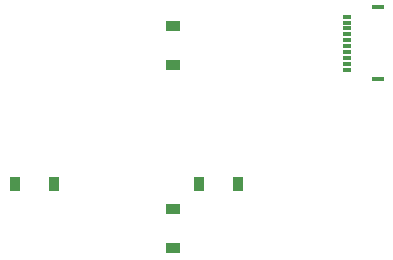
<source format=gbr>
%TF.GenerationSoftware,KiCad,Pcbnew,(6.0.4)*%
%TF.CreationDate,2022-10-14T21:27:48-05:00*%
%TF.ProjectId,Joystick-DPAD,4a6f7973-7469-4636-9b2d-445041442e6b,rev?*%
%TF.SameCoordinates,Original*%
%TF.FileFunction,Paste,Bot*%
%TF.FilePolarity,Positive*%
%FSLAX46Y46*%
G04 Gerber Fmt 4.6, Leading zero omitted, Abs format (unit mm)*
G04 Created by KiCad (PCBNEW (6.0.4)) date 2022-10-14 21:27:48*
%MOMM*%
%LPD*%
G01*
G04 APERTURE LIST*
%ADD10R,0.700000X0.300000*%
%ADD11R,1.000000X0.300000*%
%ADD12R,1.200000X0.900000*%
%ADD13R,0.900000X1.200000*%
G04 APERTURE END LIST*
D10*
%TO.C,J1*%
X161770000Y-114640000D03*
X161770000Y-115140000D03*
X161770000Y-115640000D03*
X161770000Y-116140000D03*
X161770000Y-116640000D03*
X161770000Y-117140000D03*
X161770000Y-117640000D03*
X161770000Y-118140000D03*
X161770000Y-118640000D03*
X161770000Y-119140000D03*
D11*
X164420000Y-113850000D03*
X164420000Y-119930000D03*
%TD*%
D12*
%TO.C,D3*%
X147080000Y-134270000D03*
X147080000Y-130970000D03*
%TD*%
%TO.C,D2*%
X147080000Y-118700000D03*
X147080000Y-115400000D03*
%TD*%
D13*
%TO.C,D4*%
X149210000Y-128840000D03*
X152510000Y-128840000D03*
%TD*%
%TO.C,D1*%
X133640000Y-128830000D03*
X136940000Y-128830000D03*
%TD*%
M02*

</source>
